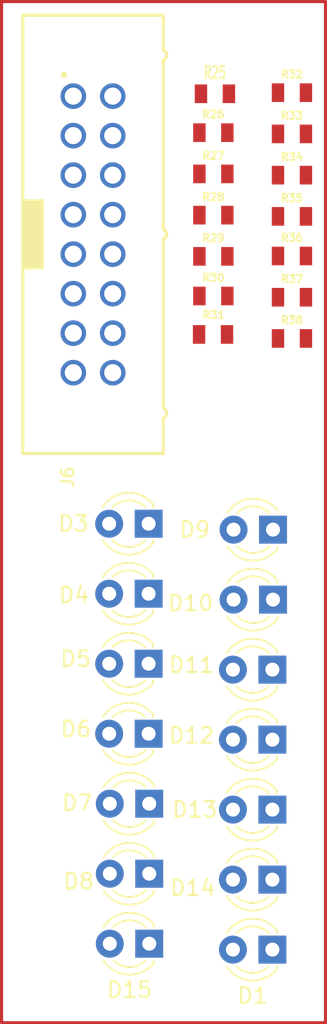
<source format=kicad_pcb>
(kicad_pcb (version 20241229) (generator "pcbnew") (generator_version "9.0")
  (layers (0 "F.Cu" signal) (2 "B.Cu" signal) (13 "F.Paste" user) (15 "B.Paste" user) (5 "F.SilkS" user "F.Silkscreen") (7 "B.SilkS" user "B.Silkscreen") (1 "F.Mask" user) (3 "B.Mask" user) (25 "Edge.Cuts" user))
  (net 0 "")
  (net 1 "/GND")
  (net 2 "Net-(D3-A)")
  (net 3 "Net-(D4-A)")
  (net 4 "Net-(D5-A)")
  (net 5 "Net-(D6-A)")
  (net 6 "Net-(D7-A)")
  (net 7 "Net-(D8-A)")
  (net 8 "Net-(D9-A)")
  (net 9 "Net-(D10-A)")
  (net 10 "Net-(D11-A)")
  (net 11 "Net-(D12-A)")
  (net 12 "Net-(D13-A)")
  (net 13 "Net-(D14-A)")
  (net 14 "Net-(D15-A)")
  (net 15 "/IN6")
  (net 16 "/IN2")
  (net 17 "/IN3")
  (net 18 "/IN4")
  (net 19 "/IN5")
  (net 20 "/IN7")
  (net 21 "/OUT-01")
  (net 22 "/OUT-02")
  (net 23 "/OUT-03")
  (net 24 "/OUT-04")
  (net 25 "/OUT-05")
  (net 26 "/OUT-06")
  (net 27 "/OUT-07")
  (net 28 "/5V")
  (net 29 "/IN1")
  (net 30 "Net-(D1-A)")
  (footprint "Res_foot:0805" (layer "F.Cu") (at 119.57 52.5316)
    (property "Reference" "R29" (at 0 -0.889 0) (layer "F.SilkS") (effects (font (size 0.48768 0.48768) (thickness 0.12192)) (justify bottom)))
    (property "Value" "120")
    (pad "1" smd rect (at -0.9 0) (size 0.8 1.2) (layers "F.Cu" "F.Mask" "F.Paste") (net 19 "/IN5"))
    (pad "2" smd rect (at 0.9 0) (size 0.8 1.2) (layers "F.Cu" "F.Mask" "F.Paste") (net 6 "Net-(D7-A)"))
  )
  (footprint "Res_foot:0805" (layer "F.Cu") (at 124.63 47.31)
    (property "Reference" "R34" (at 0 -0.889 0) (layer "F.SilkS") (effects (font (size 0.48768 0.48768) (thickness 0.12192)) (justify bottom)))
    (property "Value" "120")
    (pad "1" smd rect (at -0.9 0) (size 0.8 1.2) (layers "F.Cu" "F.Mask" "F.Paste") (net 23 "/OUT-03"))
    (pad "2" smd rect (at 0.9 0) (size 0.8 1.2) (layers "F.Cu" "F.Mask" "F.Paste") (net 10 "Net-(D11-A)"))
  )
  (footprint "LED_THT:LED_D3.0mm" (layer "F.Cu") (at 115.44 92.22 180)
    (property "Reference" "D8" (at 4.54 -0.5 0) (layer "F.SilkS"))
    (property "Value" "LD274" (hide yes))
    (fp_line (start -0.29 1.08) (end -0.29 1.236) (stroke (width 0.12)) (layer "F.SilkS"))
    (fp_line (start -0.29 -1.236) (end -0.29 -1.08) (stroke (width 0.12)) (layer "F.SilkS"))
    (fp_arc (start 2.941437 1.08) (mid 1.36566 1.987699) (end -0.29 1.235516) (stroke (width 0.12)) (layer "F.SilkS"))
    (fp_arc (start 2.310961 1.08) (mid 1.27 1.5) (end 0.229039 1.08) (stroke (width 0.12)) (layer "F.SilkS"))
    (fp_arc (start 0.229039 -1.08) (mid 1.27 -1.5) (end 2.310961 -1.08) (stroke (width 0.12)) (layer "F.SilkS"))
    (fp_arc (start -0.29 -1.235516) (mid 1.36566 -1.987699) (end 2.941437 -1.08) (stroke (width 0.12)) (layer "F.SilkS"))
    (pad "1" thru_hole rect (at 0 0 180) (size 1.8 1.8) (drill 0.9) (layers "*.Cu" "*.Mask") (net 1 "/GND"))
    (pad "2" thru_hole circle (at 2.54 0 180) (size 1.8 1.8) (drill 0.9) (layers "*.Cu" "*.Mask") (net 7 "Net-(D8-A)"))
  )
  (footprint "Res_foot:0805" (layer "F.Cu") (at 124.63 55.1592)
    (property "Reference" "R37" (at 0 -0.889 0) (layer "F.SilkS") (effects (font (size 0.48768 0.48768) (thickness 0.12192)) (justify bottom)))
    (property "Value" "120")
    (pad "1" smd rect (at -0.9 0) (size 0.8 1.2) (layers "F.Cu" "F.Mask" "F.Paste") (net 26 "/OUT-06"))
    (pad "2" smd rect (at 0.9 0) (size 0.8 1.2) (layers "F.Cu" "F.Mask" "F.Paste") (net 13 "Net-(D14-A)"))
  )
  (footprint "Res_foot:0805" (layer "F.Cu") (at 119.57 55.0792)
    (property "Reference" "R30" (at 0 -0.889 0) (layer "F.SilkS") (effects (font (size 0.48768 0.48768) (thickness 0.12192)) (justify bottom)))
    (property "Value" "120" (hide yes))
    (pad "1" smd rect (at -0.9 0) (size 0.8 1.2) (layers "F.Cu" "F.Mask" "F.Paste") (net 15 "/IN6"))
    (pad "2" smd rect (at 0.9 0) (size 0.8 1.2) (layers "F.Cu" "F.Mask" "F.Paste") (net 7 "Net-(D8-A)"))
  )
  (footprint "Res_foot:0805" (layer "F.Cu") (at 124.63 44.6592)
    (property "Reference" "R33" (at 0 -0.889 0) (layer "F.SilkS") (effects (font (size 0.48768 0.48768) (thickness 0.12192)) (justify bottom)))
    (property "Value" "120")
    (pad "1" smd rect (at -0.9 0) (size 0.8 1.2) (layers "F.Cu" "F.Mask" "F.Paste") (net 22 "/OUT-02"))
    (pad "2" smd rect (at 0.9 0) (size 0.8 1.2) (layers "F.Cu" "F.Mask" "F.Paste") (net 9 "Net-(D10-A)"))
  )
  (footprint "Res_foot:0805" (layer "F.Cu") (at 119.67 42.0792)
    (property "Reference" "R25" (at 0 -0.889 0) (layer "F.SilkS") (effects (font (size 0.8 0.48768) (thickness 0.12192)) (justify bottom)))
    (property "Value" "120")
    (pad "1" smd rect (at -0.9 0) (size 0.8 1.2) (layers "F.Cu" "F.Mask" "F.Paste") (net 29 "/IN1"))
    (pad "2" smd rect (at 0.9 0) (size 0.8 1.2) (layers "F.Cu" "F.Mask" "F.Paste") (net 2 "Net-(D3-A)"))
  )
  (footprint "LED_THT:LED_D3.0mm" (layer "F.Cu") (at 123.37 79.1 180)
    (property "Reference" "D11" (at 5.21 0.3 0) (layer "F.SilkS"))
    (property "Value" "LD274" (hide yes))
    (fp_line (start -0.29 1.08) (end -0.29 1.236) (stroke (width 0.12)) (layer "F.SilkS"))
    (fp_line (start -0.29 -1.236) (end -0.29 -1.08) (stroke (width 0.12)) (layer "F.SilkS"))
    (fp_arc (start 2.941437 1.08) (mid 1.36566 1.987699) (end -0.29 1.235516) (stroke (width 0.12)) (layer "F.SilkS"))
    (fp_arc (start 2.310961 1.08) (mid 1.27 1.5) (end 0.229039 1.08) (stroke (width 0.12)) (layer "F.SilkS"))
    (fp_arc (start 0.229039 -1.08) (mid 1.27 -1.5) (end 2.310961 -1.08) (stroke (width 0.12)) (layer "F.SilkS"))
    (fp_arc (start -0.29 -1.235516) (mid 1.36566 -1.987699) (end 2.941437 -1.08) (stroke (width 0.12)) (layer "F.SilkS"))
    (pad "1" thru_hole rect (at 0 0 180) (size 1.8 1.8) (drill 0.9) (layers "*.Cu" "*.Mask") (net 1 "/GND"))
    (pad "2" thru_hole circle (at 2.54 0 180) (size 1.8 1.8) (drill 0.9) (layers "*.Cu" "*.Mask") (net 10 "Net-(D11-A)"))
  )
  (footprint "LED_THT:LED_D3.0mm" (layer "F.Cu") (at 115.44 87.72 180)
    (property "Reference" "D7" (at 4.64 0.05 0) (layer "F.SilkS"))
    (property "Value" "LD274" (hide yes))
    (fp_line (start -0.29 1.08) (end -0.29 1.236) (stroke (width 0.12)) (layer "F.SilkS"))
    (fp_line (start -0.29 -1.236) (end -0.29 -1.08) (stroke (width 0.12)) (layer "F.SilkS"))
    (fp_arc (start 2.941437 1.08) (mid 1.36566 1.987699) (end -0.29 1.235516) (stroke (width 0.12)) (layer "F.SilkS"))
    (fp_arc (start 2.310961 1.08) (mid 1.27 1.5) (end 0.229039 1.08) (stroke (width 0.12)) (layer "F.SilkS"))
    (fp_arc (start 0.229039 -1.08) (mid 1.27 -1.5) (end 2.310961 -1.08) (stroke (width 0.12)) (layer "F.SilkS"))
    (fp_arc (start -0.29 -1.235516) (mid 1.36566 -1.987699) (end 2.941437 -1.08) (stroke (width 0.12)) (layer "F.SilkS"))
    (pad "1" thru_hole rect (at 0 0 180) (size 1.8 1.8) (drill 0.9) (layers "*.Cu" "*.Mask") (net 1 "/GND"))
    (pad "2" thru_hole circle (at 2.54 0 180) (size 1.8 1.8) (drill 0.9) (layers "*.Cu" "*.Mask") (net 6 "Net-(D7-A)"))
  )
  (footprint "Res_foot:0805" (layer "F.Cu") (at 119.57 44.5792)
    (property "Reference" "R26" (at 0 -0.889 0) (layer "F.SilkS") (effects (font (size 0.48768 0.48768) (thickness 0.12192)) (justify bottom)))
    (property "Value" "120")
    (pad "1" smd rect (at -0.9 0) (size 0.8 1.2) (layers "F.Cu" "F.Mask" "F.Paste") (net 16 "/IN2"))
    (pad "2" smd rect (at 0.9 0) (size 0.8 1.2) (layers "F.Cu" "F.Mask" "F.Paste") (net 3 "Net-(D4-A)"))
  )
  (footprint "16pin_frc:61201621621" (layer "F.Cu") (at 111.82 51.12 -90)
    (property "Reference" "J6" (at 15.61 1.63 90) (layer "F.SilkS") (effects (font (size 0.8 0.8))))
    (property "Value" "6120XX21621_61201621621")
    (fp_line (start -14.09 4.525) (end 14.09 4.525) (stroke (width 0.2)) (layer "F.SilkS"))
    (fp_line (start 14.09 4.525) (end 14.09 -4.525) (stroke (width 0.2)) (layer "F.SilkS"))
    (fp_line (start -14.09 -4.525) (end -14.09 4.525) (stroke (width 0.2)) (layer "F.SilkS"))
    (fp_line (start -11.84 -4.525) (end -14.09 -4.525) (stroke (width 0.2)) (layer "F.SilkS"))
    (fp_line (start -0.33 -4.525) (end -11.2 -4.525) (stroke (width 0.2)) (layer "F.SilkS"))
    (fp_line (start 11.18 -4.525) (end 0.31 -4.525) (stroke (width 0.2)) (layer "F.SilkS"))
    (fp_line (start 11.82 -4.525) (end 14.09 -4.525) (stroke (width 0.2)) (layer "F.SilkS"))
    (fp_arc (start -11.84 -4.525) (mid -11.52 -4.743548) (end -11.2 -4.525) (stroke (width 0.2)) (layer "F.SilkS"))
    (fp_arc (start -0.33 -4.525) (mid -0.01 -4.743548) (end 0.31 -4.525) (stroke (width 0.2)) (layer "F.SilkS"))
    (fp_arc (start 11.18 -4.525) (mid 11.5 -4.743548) (end 11.82 -4.525) (stroke (width 0.2)) (layer "F.SilkS"))
    (fp_circle (center -10.25 1.87) (end -10.15 1.87) (stroke (width 0.2)) (fill no) (layer "F.SilkS"))
    (fp_poly (pts (xy -2.25 3.175) (xy 2.25 3.175) (xy 2.25 4.425) (xy -2.25 4.425)) (stroke (width 0.01)) (fill yes) (layer "F.SilkS"))
    (pad "1" thru_hole circle (at -8.89 1.27 270) (size 1.65 1.65) (drill 1.1) (layers "*.Cu" "*.Mask") (net 29 "/IN1"))
    (pad "2" thru_hole circle (at -8.89 -1.27 270) (size 1.65 1.65) (drill 1.1) (layers "*.Cu" "*.Mask") (net 21 "/OUT-01"))
    (pad "3" thru_hole circle (at -6.35 1.27 270) (size 1.65 1.65) (drill 1.1) (layers "*.Cu" "*.Mask") (net 16 "/IN2"))
    (pad "4" thru_hole circle (at -6.35 -1.27 270) (size 1.65 1.65) (drill 1.1) (layers "*.Cu" "*.Mask") (net 22 "/OUT-02"))
    (pad "5" thru_hole circle (at -3.81 1.27 270) (size 1.65 1.65) (drill 1.1) (layers "*.Cu" "*.Mask") (net 17 "/IN3"))
    (pad "6" thru_hole circle (at -3.81 -1.27 270) (size 1.65 1.65) (drill 1.1) (layers "*.Cu" "*.Mask") (net 23 "/OUT-03"))
    (pad "7" thru_hole circle (at -1.27 1.27 270) (size 1.65 1.65) (drill 1.1) (layers "*.Cu" "*.Mask") (net 18 "/IN4"))
    (pad "8" thru_hole circle (at -1.27 -1.27 270) (size 1.65 1.65) (drill 1.1) (layers "*.Cu" "*.Mask") (net 24 "/OUT-04"))
    (pad "9" thru_hole circle (at 1.27 1.27 270) (size 1.65 1.65) (drill 1.1) (layers "*.Cu" "*.Mask") (net 19 "/IN5"))
    (pad "10" thru_hole circle (at 1.27 -1.27 270) (size 1.65 1.65) (drill 1.1) (layers "*.Cu" "*.Mask") (net 25 "/OUT-05"))
    (pad "11" thru_hole circle (at 3.81 1.27 270) (size 1.65 1.65) (drill 1.1) (layers "*.Cu" "*.Mask") (net 15 "/IN6"))
    (pad "12" thru_hole circle (at 3.81 -1.27 270) (size 1.65 1.65) (drill 1.1) (layers "*.Cu" "*.Mask") (net 26 "/OUT-06"))
    (pad "13" thru_hole circle (at 6.35 1.27 270) (size 1.65 1.65) (drill 1.1) (layers "*.Cu" "*.Mask") (net 20 "/IN7"))
    (pad "14" thru_hole circle (at 6.35 -1.27 270) (size 1.65 1.65) (drill 1.1) (layers "*.Cu" "*.Mask") (net 27 "/OUT-07"))
    (pad "15" thru_hole circle (at 8.89 1.27 270) (size 1.65 1.65) (drill 1.1) (layers "*.Cu" "*.Mask") (net 28 "/5V"))
    (pad "16" thru_hole circle (at 8.89 -1.27 270) (size 1.65 1.65) (drill 1.1) (layers "*.Cu" "*.Mask") (net 1 "/GND"))
  )
  (footprint "LED_THT:LED_D3.0mm" (layer "F.Cu") (at 123.37 97.1 180)
    (property "Reference" "D1" (at 1.27 -2.96 0) (layer "F.SilkS"))
    (property "Value" "LD274" (hide yes))
    (fp_line (start -0.29 1.08) (end -0.29 1.236) (stroke (width 0.12)) (layer "F.SilkS"))
    (fp_line (start -0.29 -1.236) (end -0.29 -1.08) (stroke (width 0.12)) (layer "F.SilkS"))
    (fp_arc (start 2.941437 1.08) (mid 1.36566 1.987699) (end -0.29 1.235516) (stroke (width 0.12)) (layer "F.SilkS"))
    (fp_arc (start 2.310961 1.08) (mid 1.27 1.5) (end 0.229039 1.08) (stroke (width 0.12)) (layer "F.SilkS"))
    (fp_arc (start 0.229039 -1.08) (mid 1.27 -1.5) (end 2.310961 -1.08) (stroke (width 0.12)) (layer "F.SilkS"))
    (fp_arc (start -0.29 -1.235516) (mid 1.36566 -1.987699) (end 2.941437 -1.08) (stroke (width 0.12)) (layer "F.SilkS"))
    (pad "1" thru_hole rect (at 0 0 180) (size 1.8 1.8) (drill 0.9) (layers "*.Cu" "*.Mask") (net 1 "/GND"))
    (pad "2" thru_hole circle (at 2.54 0 180) (size 1.8 1.8) (drill 0.9) (layers "*.Cu" "*.Mask") (net 30 "Net-(D1-A)"))
  )
  (footprint "LED_THT:LED_D3.0mm" (layer "F.Cu") (at 123.41 74.6 180)
    (property "Reference" "D10" (at 5.31 -0.23 0) (layer "F.SilkS"))
    (property "Value" "LD274" (hide yes))
    (fp_line (start -0.29 1.08) (end -0.29 1.236) (stroke (width 0.12)) (layer "F.SilkS"))
    (fp_line (start -0.29 -1.236) (end -0.29 -1.08) (stroke (width 0.12)) (layer "F.SilkS"))
    (fp_arc (start 2.941437 1.08) (mid 1.36566 1.987699) (end -0.29 1.235516) (stroke (width 0.12)) (layer "F.SilkS"))
    (fp_arc (start 2.310961 1.08) (mid 1.27 1.5) (end 0.229039 1.08) (stroke (width 0.12)) (layer "F.SilkS"))
    (fp_arc (start 0.229039 -1.08) (mid 1.27 -1.5) (end 2.310961 -1.08) (stroke (width 0.12)) (layer "F.SilkS"))
    (fp_arc (start -0.29 -1.235516) (mid 1.36566 -1.987699) (end 2.941437 -1.08) (stroke (width 0.12)) (layer "F.SilkS"))
    (pad "1" thru_hole rect (at 0 0 180) (size 1.8 1.8) (drill 0.9) (layers "*.Cu" "*.Mask") (net 1 "/GND"))
    (pad "2" thru_hole circle (at 2.54 0 180) (size 1.8 1.8) (drill 0.9) (layers "*.Cu" "*.Mask") (net 9 "Net-(D10-A)"))
  )
  (footprint "Res_foot:0805" (layer "F.Cu") (at 124.63 42.0084)
    (property "Reference" "R32" (at 0 -0.889 0) (layer "F.SilkS") (effects (font (size 0.48768 0.48768) (thickness 0.12192)) (justify bottom)))
    (property "Value" "120")
    (pad "1" smd rect (at -0.9 0) (size 0.8 1.2) (layers "F.Cu" "F.Mask" "F.Paste") (net 21 "/OUT-01"))
    (pad "2" smd rect (at 0.9 0) (size 0.8 1.2) (layers "F.Cu" "F.Mask" "F.Paste") (net 8 "Net-(D9-A)"))
  )
  (footprint "Res_foot:0805" (layer "F.Cu") (at 124.63 52.5084)
    (property "Reference" "R36" (at 0 -0.889 0) (layer "F.SilkS") (effects (font (size 0.48768 0.48768) (thickness 0.12192)) (justify bottom)))
    (property "Value" "120")
    (pad "1" smd rect (at -0.9 0) (size 0.8 1.2) (layers "F.Cu" "F.Mask" "F.Paste") (net 25 "/OUT-05"))
    (pad "2" smd rect (at 0.9 0) (size 0.8 1.2) (layers "F.Cu" "F.Mask" "F.Paste") (net 12 "Net-(D13-A)"))
  )
  (footprint "LED_THT:LED_D3.0mm" (layer "F.Cu") (at 115.4 69.72 180)
    (property "Reference" "D3" (at 4.84 0 0) (layer "F.SilkS"))
    (property "Value" "LD274" (hide yes))
    (fp_line (start -0.29 1.08) (end -0.29 1.236) (stroke (width 0.12)) (layer "F.SilkS"))
    (fp_line (start -0.29 -1.236) (end -0.29 -1.08) (stroke (width 0.12)) (layer "F.SilkS"))
    (fp_arc (start 2.941437 1.08) (mid 1.36566 1.987699) (end -0.29 1.235516) (stroke (width 0.12)) (layer "F.SilkS"))
    (fp_arc (start 2.310961 1.08) (mid 1.27 1.5) (end 0.229039 1.08) (stroke (width 0.12)) (layer "F.SilkS"))
    (fp_arc (start 0.229039 -1.08) (mid 1.27 -1.5) (end 2.310961 -1.08) (stroke (width 0.12)) (layer "F.SilkS"))
    (fp_arc (start -0.29 -1.235516) (mid 1.36566 -1.987699) (end 2.941437 -1.08) (stroke (width 0.12)) (layer "F.SilkS"))
    (pad "1" thru_hole rect (at 0 0 180) (size 1.8 1.8) (drill 0.9) (layers "*.Cu" "*.Mask") (net 1 "/GND"))
    (pad "2" thru_hole circle (at 2.54 0 180) (size 1.8 1.8) (drill 0.9) (layers "*.Cu" "*.Mask") (net 2 "Net-(D3-A)"))
  )
  (footprint "LED_THT:LED_D3.0mm" (layer "F.Cu") (at 115.4 83.22 180)
    (property "Reference" "D6" (at 4.68 0.29 0) (layer "F.SilkS"))
    (property "Value" "LD274" (hide yes))
    (fp_line (start -0.29 1.08) (end -0.29 1.236) (stroke (width 0.12)) (layer "F.SilkS"))
    (fp_line (start -0.29 -1.236) (end -0.29 -1.08) (stroke (width 0.12)) (layer "F.SilkS"))
    (fp_arc (start 2.941437 1.08) (mid 1.36566 1.987699) (end -0.29 1.235516) (stroke (width 0.12)) (layer "F.SilkS"))
    (fp_arc (start 2.310961 1.08) (mid 1.27 1.5) (end 0.229039 1.08) (stroke (width 0.12)) (layer "F.SilkS"))
    (fp_arc (start 0.229039 -1.08) (mid 1.27 -1.5) (end 2.310961 -1.08) (stroke (width 0.12)) (layer "F.SilkS"))
    (fp_arc (start -0.29 -1.235516) (mid 1.36566 -1.987699) (end 2.941437 -1.08) (stroke (width 0.12)) (layer "F.SilkS"))
    (pad "1" thru_hole rect (at 0 0 180) (size 1.8 1.8) (drill 0.9) (layers "*.Cu" "*.Mask") (net 1 "/GND"))
    (pad "2" thru_hole circle (at 2.54 0 180) (size 1.8 1.8) (drill 0.9) (layers "*.Cu" "*.Mask") (net 5 "Net-(D6-A)"))
  )
  (footprint "Res_foot:0805" (layer "F.Cu") (at 119.55 57.5508)
    (property "Reference" "R31" (at 0.04 -0.97 0) (layer "F.SilkS") (effects (font (size 0.48768 0.48768) (thickness 0.12192)) (justify bottom)))
    (property "Value" "120")
    (pad "1" smd rect (at -0.9 0) (size 0.8 1.2) (layers "F.Cu" "F.Mask" "F.Paste") (net 20 "/IN7"))
    (pad "2" smd rect (at 0.9 0) (size 0.8 1.2) (layers "F.Cu" "F.Mask" "F.Paste") (net 14 "Net-(D15-A)"))
  )
  (footprint "Res_foot:0805" (layer "F.Cu") (at 119.57 49.8808)
    (property "Reference" "R28" (at 0 -0.889 0) (layer "F.SilkS") (effects (font (size 0.48768 0.48768) (thickness 0.12192)) (justify bottom)))
    (property "Value" "120")
    (pad "1" smd rect (at -0.9 0) (size 0.8 1.2) (layers "F.Cu" "F.Mask" "F.Paste") (net 18 "/IN4"))
    (pad "2" smd rect (at 0.9 0) (size 0.8 1.2) (layers "F.Cu" "F.Mask" "F.Paste") (net 5 "Net-(D6-A)"))
  )
  (footprint "Res_foot:0805" (layer "F.Cu") (at 124.63 49.9608)
    (property "Reference" "R35" (at 0 -0.889 0) (layer "F.SilkS") (effects (font (size 0.48768 0.48768) (thickness 0.12192)) (justify bottom)))
    (property "Value" "120")
    (pad "1" smd rect (at -0.9 0) (size 0.8 1.2) (layers "F.Cu" "F.Mask" "F.Paste") (net 24 "/OUT-04"))
    (pad "2" smd rect (at 0.9 0) (size 0.8 1.2) (layers "F.Cu" "F.Mask" "F.Paste") (net 11 "Net-(D12-A)"))
  )
  (footprint "LED_THT:LED_D3.0mm" (layer "F.Cu") (at 123.37 88.1 180)
    (property "Reference" "D13" (at 5 0 0) (layer "F.SilkS"))
    (property "Value" "LD274" (hide yes))
    (fp_line (start -0.29 1.08) (end -0.29 1.236) (stroke (width 0.12)) (layer "F.SilkS"))
    (fp_line (start -0.29 -1.236) (end -0.29 -1.08) (stroke (width 0.12)) (layer "F.SilkS"))
    (fp_arc (start 2.941437 1.08) (mid 1.36566 1.987699) (end -0.29 1.235516) (stroke (width 0.12)) (layer "F.SilkS"))
    (fp_arc (start 2.310961 1.08) (mid 1.27 1.5) (end 0.229039 1.08) (stroke (width 0.12)) (layer "F.SilkS"))
    (fp_arc (start 0.229039 -1.08) (mid 1.27 -1.5) (end 2.310961 -1.08) (stroke (width 0.12)) (layer "F.SilkS"))
    (fp_arc (start -0.29 -1.235516) (mid 1.36566 -1.987699) (end 2.941437 -1.08) (stroke (width 0.12)) (layer "F.SilkS"))
    (pad "1" thru_hole rect (at 0 0 180) (size 1.8 1.8) (drill 0.9) (layers "*.Cu" "*.Mask") (net 1 "/GND"))
    (pad "2" thru_hole circle (at 2.54 0 180) (size 1.8 1.8) (drill 0.9) (layers "*.Cu" "*.Mask") (net 12 "Net-(D13-A)"))
  )
  (footprint "LED_THT:LED_D3.0mm" (layer "F.Cu") (at 123.41 70.1 180)
    (property "Reference" "D9" (at 5.04 0 0) (layer "F.SilkS"))
    (property "Value" "LD274")
    (fp_line (start -0.29 1.08) (end -0.29 1.236) (stroke (width 0.12)) (layer "F.SilkS"))
    (fp_line (start -0.29 -1.236) (end -0.29 -1.08) (stroke (width 0.12)) (layer "F.SilkS"))
    (fp_arc (start 2.941437 1.08) (mid 1.36566 1.987699) (end -0.29 1.235516) (stroke (width 0.12)) (layer "F.SilkS"))
    (fp_arc (start 2.310961 1.08) (mid 1.27 1.5) (end 0.229039 1.08) (stroke (width 0.12)) (layer "F.SilkS"))
    (fp_arc (start 0.229039 -1.08) (mid 1.27 -1.5) (end 2.310961 -1.08) (stroke (width 0.12)) (layer "F.SilkS"))
    (fp_arc (start -0.29 -1.235516) (mid 1.36566 -1.987699) (end 2.941437 -1.08) (stroke (width 0.12)) (layer "F.SilkS"))
    (pad "1" thru_hole rect (at 0 0 180) (size 1.8 1.8) (drill 0.9) (layers "*.Cu" "*.Mask") (net 1 "/GND"))
    (pad "2" thru_hole circle (at 2.54 0 180) (size 1.8 1.8) (drill 0.9) (layers "*.Cu" "*.Mask") (net 8 "Net-(D9-A)"))
  )
  (footprint "LED_THT:LED_D3.0mm" (layer "F.Cu") (at 115.4 74.22 180)
    (property "Reference" "D4" (at 4.81 -0.09 0) (layer "F.SilkS"))
    (property "Value" "LD274" (hide yes))
    (fp_line (start -0.29 1.08) (end -0.29 1.236) (stroke (width 0.12)) (layer "F.SilkS"))
    (fp_line (start -0.29 -1.236) (end -0.29 -1.08) (stroke (width 0.12)) (layer "F.SilkS"))
    (fp_arc (start 2.941437 1.08) (mid 1.36566 1.987699) (end -0.29 1.235516) (stroke (width 0.12)) (layer "F.SilkS"))
    (fp_arc (start 2.310961 1.08) (mid 1.27 1.5) (end 0.229039 1.08) (stroke (width 0.12)) (layer "F.SilkS"))
    (fp_arc (start 0.229039 -1.08) (mid 1.27 -1.5) (end 2.310961 -1.08) (stroke (width 0.12)) (layer "F.SilkS"))
    (fp_arc (start -0.29 -1.235516) (mid 1.36566 -1.987699) (end 2.941437 -1.08) (stroke (width 0.12)) (layer "F.SilkS"))
    (pad "1" thru_hole rect (at 0 0 180) (size 1.8 1.8) (drill 0.9) (layers "*.Cu" "*.Mask") (net 1 "/GND"))
    (pad "2" thru_hole circle (at 2.54 0 180) (size 1.8 1.8) (drill 0.9) (layers "*.Cu" "*.Mask") (net 3 "Net-(D4-A)"))
  )
  (footprint "Res_foot:0805" (layer "F.Cu") (at 119.57 47.23)
    (property "Reference" "R27" (at 0 -0.889 0) (layer "F.SilkS") (effects (font (size 0.48768 0.48768) (thickness 0.12192)) (justify bottom)))
    (property "Value" "120")
    (pad "1" smd rect (at -0.9 0) (size 0.8 1.2) (layers "F.Cu" "F.Mask" "F.Paste") (net 17 "/IN3"))
    (pad "2" smd rect (at 0.9 0) (size 0.8 1.2) (layers "F.Cu" "F.Mask" "F.Paste") (net 4 "Net-(D5-A)"))
  )
  (footprint "Res_foot:0805" (layer "F.Cu") (at 124.63 57.81)
    (property "Reference" "R38" (at 0 -0.889 0) (layer "F.SilkS") (effects (font (size 0.48768 0.48768) (thickness 0.12192)) (justify bottom)))
    (property "Value" "120")
    (pad "1" smd rect (at -0.9 0) (size 0.8 1.2) (layers "F.Cu" "F.Mask" "F.Paste") (net 27 "/OUT-07"))
    (pad "2" smd rect (at 0.9 0) (size 0.8 1.2) (layers "F.Cu" "F.Mask" "F.Paste") (net 30 "Net-(D1-A)"))
  )
  (footprint "LED_THT:LED_D3.0mm" (layer "F.Cu") (at 123.37 83.6 180)
    (property "Reference" "D12" (at 5.21 0.27 0) (layer "F.SilkS"))
    (property "Value" "LD274" (hide yes))
    (fp_line (start -0.29 1.08) (end -0.29 1.236) (stroke (width 0.12)) (layer "F.SilkS"))
    (fp_line (start -0.29 -1.236) (end -0.29 -1.08) (stroke (width 0.12)) (layer "F.SilkS"))
    (fp_arc (start 2.941437 1.08) (mid 1.36566 1.987699) (end -0.29 1.235516) (stroke (width 0.12)) (layer "F.SilkS"))
    (fp_arc (start 2.310961 1.08) (mid 1.27 1.5) (end 0.229039 1.08) (stroke (width 0.12)) (layer "F.SilkS"))
    (fp_arc (start 0.229039 -1.08) (mid 1.27 -1.5) (end 2.310961 -1.08) (stroke (width 0.12)) (layer "F.SilkS"))
    (fp_arc (start -0.29 -1.235516) (mid 1.36566 -1.987699) (end 2.941437 -1.08) (stroke (width 0.12)) (layer "F.SilkS"))
    (pad "1" thru_hole rect (at 0 0 180) (size 1.8 1.8) (drill 0.9) (layers "*.Cu" "*.Mask") (net 1 "/GND"))
    (pad "2" thru_hole circle (at 2.54 0 180) (size 1.8 1.8) (drill 0.9) (layers "*.Cu" "*.Mask") (net 11 "Net-(D12-A)"))
  )
  (footprint "LED_THT:LED_D3.0mm" (layer "F.Cu") (at 115.44 96.72 180)
    (property "Reference" "D15" (at 1.27 -2.96 0) (layer "F.SilkS"))
    (property "Value" "LD274" (hide yes))
    (fp_line (start -0.29 1.08) (end -0.29 1.236) (stroke (width 0.12)) (layer "F.SilkS"))
    (fp_line (start -0.29 -1.236) (end -0.29 -1.08) (stroke (width 0.12)) (layer "F.SilkS"))
    (fp_arc (start 2.941437 1.08) (mid 1.36566 1.987699) (end -0.29 1.235516) (stroke (width 0.12)) (layer "F.SilkS"))
    (fp_arc (start 2.310961 1.08) (mid 1.27 1.5) (end 0.229039 1.08) (stroke (width 0.12)) (layer "F.SilkS"))
    (fp_arc (start 0.229039 -1.08) (mid 1.27 -1.5) (end 2.310961 -1.08) (stroke (width 0.12)) (layer "F.SilkS"))
    (fp_arc (start -0.29 -1.235516) (mid 1.36566 -1.987699) (end 2.941437 -1.08) (stroke (width 0.12)) (layer "F.SilkS"))
    (pad "1" thru_hole rect (at 0 0 180) (size 1.8 1.8) (drill 0.9) (layers "*.Cu" "*.Mask") (net 1 "/GND"))
    (pad "2" thru_hole circle (at 2.54 0 180) (size 1.8 1.8) (drill 0.9) (layers "*.Cu" "*.Mask") (net 14 "Net-(D15-A)"))
  )
  (footprint "LED_THT:LED_D3.0mm" (layer "F.Cu") (at 123.37 92.6 180)
    (property "Reference" "D14" (at 5.13 -0.53 0) (layer "F.SilkS"))
    (property "Value" "LD274" (hide yes))
    (fp_line (start -0.29 1.08) (end -0.29 1.236) (stroke (width 0.12)) (layer "F.SilkS"))
    (fp_line (start -0.29 -1.236) (end -0.29 -1.08) (stroke (width 0.12)) (layer "F.SilkS"))
    (fp_arc (start 2.941437 1.08) (mid 1.36566 1.987699) (end -0.29 1.235516) (stroke (width 0.12)) (layer "F.SilkS"))
    (fp_arc (start 2.310961 1.08) (mid 1.27 1.5) (end 0.229039 1.08) (stroke (width 0.12)) (layer "F.SilkS"))
    (fp_arc (start 0.229039 -1.08) (mid 1.27 -1.5) (end 2.310961 -1.08) (stroke (width 0.12)) (layer "F.SilkS"))
    (fp_arc (start -0.29 -1.235516) (mid 1.36566 -1.987699) (end 2.941437 -1.08) (stroke (width 0.12)) (layer "F.SilkS"))
    (pad "1" thru_hole rect (at 0 0 180) (size 1.8 1.8) (drill 0.9) (layers "*.Cu" "*.Mask") (net 1 "/GND"))
    (pad "2" thru_hole circle (at 2.54 0 180) (size 1.8 1.8) (drill 0.9) (layers "*.Cu" "*.Mask") (net 13 "Net-(D14-A)"))
  )
  (footprint "LED_THT:LED_D3.0mm" (layer "F.Cu") (at 115.4 78.72 180)
    (property "Reference" "D5" (at 4.69 0.31 0) (layer "F.SilkS"))
    (property "Value" "LD274" (hide yes))
    (fp_line (start -0.29 1.08) (end -0.29 1.236) (stroke (width 0.12)) (layer "F.SilkS"))
    (fp_line (start -0.29 -1.236) (end -0.29 -1.08) (stroke (width 0.12)) (layer "F.SilkS"))
    (fp_arc (start 2.941437 1.08) (mid 1.36566 1.987699) (end -0.29 1.235516) (stroke (width 0.12)) (layer "F.SilkS"))
    (fp_arc (start 2.310961 1.08) (mid 1.27 1.5) (end 0.229039 1.08) (stroke (width 0.12)) (layer "F.SilkS"))
    (fp_arc (start 0.229039 -1.08) (mid 1.27 -1.5) (end 2.310961 -1.08) (stroke (width 0.12)) (layer "F.SilkS"))
    (fp_arc (start -0.29 -1.235516) (mid 1.36566 -1.987699) (end 2.941437 -1.08) (stroke (width 0.12)) (layer "F.SilkS"))
    (pad "1" thru_hole rect (at 0 0 180) (size 1.8 1.8) (drill 0.9) (layers "*.Cu" "*.Mask") (net 1 "/GND"))
    (pad "2" thru_hole circle (at 2.54 0 180) (size 1.8 1.8) (drill 0.9) (layers "*.Cu" "*.Mask") (net 4 "Net-(D5-A)"))
  )
  (gr_rect (start 105.93 36.15) (end 126.79 101.8) (stroke (width 0.2)) (fill no) (layer "F.Cu"))
)
</source>
